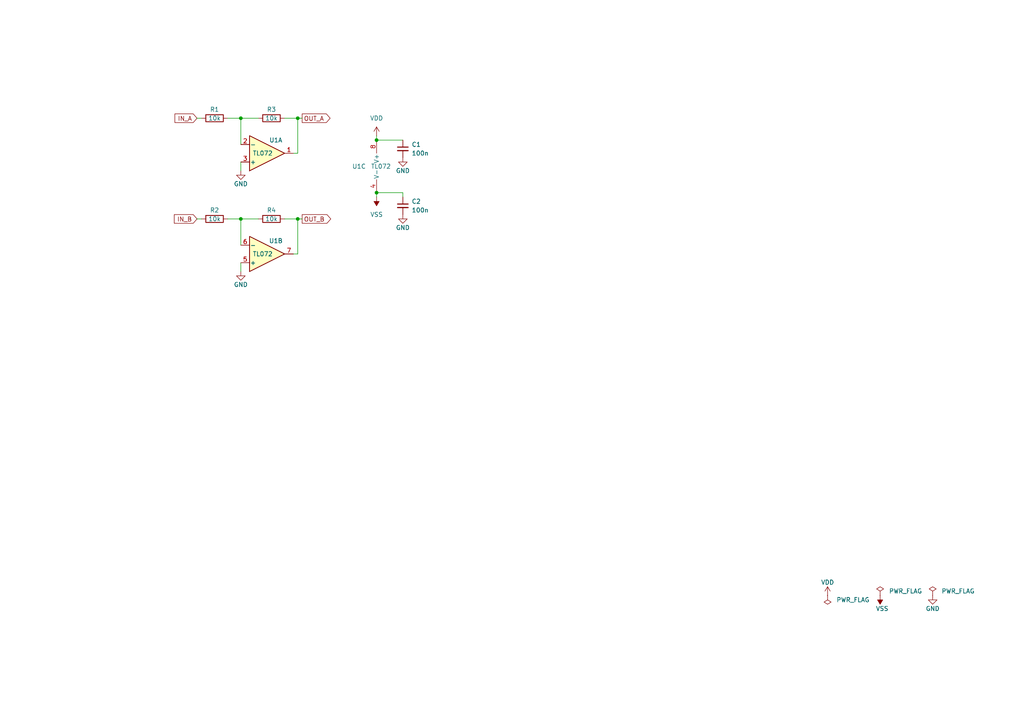
<source format=kicad_sch>
(kicad_sch (version 20211123) (generator eeschema)
  (paper "A4")
  (lib_symbols
    (symbol "Amplifier_Operational:TL072" (pin_names (offset 0.127))
      (property "Reference" "U" (at 0 5.08 0))
      (property "Value" "TL072" (at 0 -5.08 0))
      (symbol "TL072_1_1"
        (polyline (pts (xy -5.08 5.08) (xy 5.08 0) (xy -5.08 -5.08) (xy -5.08 5.08)) (stroke (width 0.254)) (fill (type background)))
        (pin output line (at 7.62 0 180) (length 2.54) (name "~") (number "1"))
        (pin input line (at -7.62 -2.54 0) (length 2.54) (name "-") (number "2"))
        (pin input line (at -7.62 2.54 0) (length 2.54) (name "+") (number "3"))
      )
      (symbol "TL072_2_1"
        (polyline (pts (xy -5.08 5.08) (xy 5.08 0) (xy -5.08 -5.08) (xy -5.08 5.08)) (stroke (width 0.254)) (fill (type background)))
        (pin input line (at -7.62 2.54 0) (length 2.54) (name "+") (number "5"))
        (pin input line (at -7.62 -2.54 0) (length 2.54) (name "-") (number "6"))
        (pin output line (at 7.62 0 180) (length 2.54) (name "~") (number "7"))
      )
      (symbol "TL072_3_1"
        (pin power_in line (at -2.54 -7.62 90) (length 3.81) (name "V-") (number "4"))
        (pin power_in line (at -2.54 7.62 270) (length 3.81) (name "V+") (number "8"))
      )
    )
    (symbol "Device:C_Small" (pin_numbers hide) (pin_names (offset 0.254) hide)
      (property "Reference" "C" (at 0.254 1.778 0))
      (property "Value" "C_Small" (at 0.254 -2.032 0))
      (symbol "C_Small_0_1"
        (polyline (pts (xy -1.524 -0.508) (xy 1.524 -0.508)) (stroke (width 0.3302)))
        (polyline (pts (xy -1.524 0.508) (xy 1.524 0.508)) (stroke (width 0.3048)))
      )
      (symbol "C_Small_1_1"
        (pin passive line (at 0 2.54 270) (length 2.032) (name "~") (number "1"))
        (pin passive line (at 0 -2.54 90) (length 2.032) (name "~") (number "2"))
      )
    )
    (symbol "Device:R" (pin_numbers hide) (pin_names (offset 0))
      (property "Reference" "R" (at 2.032 0 90))
      (property "Value" "R" (at 0 0 90))
      (symbol "R_0_1"
        (rectangle (start -1.016 -2.54) (end 1.016 2.54) (stroke (width 0.254)))
      )
      (symbol "R_1_1"
        (pin passive line (at 0 3.81 270) (length 1.27) (name "~") (number "1"))
        (pin passive line (at 0 -3.81 90) (length 1.27) (name "~") (number "2"))
      )
    )
    (symbol "power:GND" (power) (pin_names (offset 0))
      (property "Value" "GND" (at 0 -3.81 0))
      (symbol "GND_0_1"
        (polyline (pts (xy 0 0) (xy 0 -1.27) (xy 1.27 -1.27) (xy 0 -2.54) (xy -1.27 -1.27) (xy 0 -1.27)))
      )
      (symbol "GND_1_1"
        (pin power_in line (at 0 0 270) (length 0) hide (name "GND") (number "1"))
      )
    )
    (symbol "power:PWR_FLAG" (power) (pin_numbers hide) (pin_names (offset 0) hide)
      (property "Value" "PWR_FLAG" (at 0 3.81 0))
      (symbol "PWR_FLAG_0_0"
        (pin power_out line (at 0 0 90) (length 0) (name "pwr") (number "1"))
      )
      (symbol "PWR_FLAG_0_1"
        (polyline (pts (xy 0 0) (xy 0 1.27) (xy -1.016 1.905) (xy 0 2.54) (xy 1.016 1.905) (xy 0 1.27)))
      )
    )
    (symbol "power:VDD" (power) (pin_names (offset 0))
      (property "Value" "VDD" (at 0 3.81 0))
      (symbol "VDD_0_1"
        (polyline (pts (xy -0.762 1.27) (xy 0 2.54)))
        (polyline (pts (xy 0 0) (xy 0 2.54)))
        (polyline (pts (xy 0 2.54) (xy 0.762 1.27)))
      )
      (symbol "VDD_1_1"
        (pin power_in line (at 0 0 90) (length 0) hide (name "VDD") (number "1"))
      )
    )
    (symbol "power:VSS" (power) (pin_names (offset 0))
      (property "Value" "VSS" (at 0 3.81 0))
      (symbol "VSS_0_1"
        (polyline (pts (xy 0 0) (xy 0 2.54)))
        (polyline (pts (xy 0.762 1.27) (xy -0.762 1.27) (xy 0 2.54) (xy 0.762 1.27)) (fill (type outline)))
      )
      (symbol "VSS_1_1"
        (pin power_in line (at 0 0 90) (length 0) hide (name "VSS") (number "1"))
      )
    )
  )
  (junction (at 86.36 63.5))
  (junction (at 86.36 34.29))
  (junction (at 69.85 34.29))
  (junction (at 69.85 63.5))
  (junction (at 109.22 55.88))
  (junction (at 109.22 40.64))
  (wire (pts (xy 66.04 63.5) (xy 69.85 63.5)))
  (wire (pts (xy 116.84 57.15) (xy 116.84 55.88)))
  (wire (pts (xy 86.36 34.29) (xy 86.36 44.45)))
  (wire (pts (xy 69.85 46.99) (xy 69.85 49.53)))
  (wire (pts (xy 57.15 63.5) (xy 58.42 63.5)))
  (wire (pts (xy 69.85 76.2) (xy 69.85 78.74)))
  (wire (pts (xy 116.84 55.88) (xy 109.22 55.88)))
  (wire (pts (xy 82.55 34.29) (xy 86.36 34.29)))
  (wire (pts (xy 69.85 63.5) (xy 74.93 63.5)))
  (wire (pts (xy 109.22 39.37) (xy 109.22 40.64)))
  (wire (pts (xy 66.04 34.29) (xy 69.85 34.29)))
  (wire (pts (xy 86.36 44.45) (xy 85.09 44.45)))
  (wire (pts (xy 86.36 63.5) (xy 87.63 63.5)))
  (wire (pts (xy 69.85 34.29) (xy 74.93 34.29)))
  (wire (pts (xy 69.85 63.5) (xy 69.85 71.12)))
  (wire (pts (xy 57.15 34.29) (xy 58.42 34.29)))
  (wire (pts (xy 109.22 40.64) (xy 116.84 40.64)))
  (wire (pts (xy 109.22 55.88) (xy 109.22 57.15)))
  (wire (pts (xy 82.55 63.5) (xy 86.36 63.5)))
  (wire (pts (xy 86.36 73.66) (xy 85.09 73.66)))
  (wire (pts (xy 69.85 34.29) (xy 69.85 41.91)))
  (wire (pts (xy 86.36 34.29) (xy 87.63 34.29)))
  (wire (pts (xy 86.36 63.5) (xy 86.36 73.66)))
  (global_label "IN_B" (shape input) (at 57.15 63.5 180) (property "Intersheet References" "${INTERSHEET_REFS}" (effects hide)))
  (global_label "OUT_A" (shape output) (at 87.63 34.29 0) (property "Intersheet References" "${INTERSHEET_REFS}" (effects hide)))
  (global_label "OUT_B" (shape output) (at 87.63 63.5 0) (property "Intersheet References" "${INTERSHEET_REFS}" (effects hide)))
  (global_label "IN_A" (shape input) (at 57.15 34.29 180) (property "Intersheet References" "${INTERSHEET_REFS}" (effects hide)))
  (symbol (lib_id "power:GND") (at 116.84 45.72 0) (unit 1)
    (property "Reference" "#PWR0106" (effects hide))
    (property "Value" "GND" (at 116.84 49.53 0))
  )
  (symbol (lib_id "power:VSS") (at 109.22 57.15 180) (unit 1)
    (property "Reference" "#PWR0104" (effects hide))
    (property "Value" "VSS" (at 109.22 62.23 0))
  )
  (symbol (lib_id "power:PWR_FLAG") (at 240.03 172.72 180) (unit 1)
    (property "Reference" "#FLG0101" (effects hide))
    (property "Value" "PWR_FLAG" (at 242.57 173.9899 0) (effects (justify right)))
  )
  (symbol (lib_id "power:VDD") (at 240.03 172.72 0) (unit 1)
    (property "Reference" "#PWR0107" (effects hide))
    (property "Value" "VDD" (at 240.03 168.91 0))
  )
  (symbol (lib_id "Device:C_Small") (at 116.84 43.18 0) (unit 1)
    (property "Reference" "C1" (at 119.38 41.9162 0) (effects (justify left)))
    (property "Value" "100n" (at 119.38 44.4562 0) (effects (justify left)))
    (property "Footprint" "Capacitor_SMD:C_0805_2012Metric_Pad1.18x1.45mm_HandSolder" (effects hide))
  )
  (symbol (lib_id "Device:R") (at 62.23 63.5 90) (unit 1)
    (property "Reference" "R2" (at 62.23 60.96 90))
    (property "Value" "10k" (at 62.23 63.5 90))
    (property "Footprint" "Resistor_SMD:R_0805_2012Metric_Pad1.20x1.40mm_HandSolder" (effects hide))
  )
  (symbol (lib_id "Amplifier_Operational:TL072") (at 77.47 44.45 0) (mirror x) (unit 1)
    (property "Reference" "U1" (at 80.01 40.64 0))
    (property "Value" "TL072" (at 76.2 44.45 0))
    (property "Footprint" "Package_SO:SO-8_5.3x6.2mm_P1.27mm" (effects hide))
    (property "Datasheet" "http://www.ti.com/lit/ds/symlink/tl071.pdf" (effects hide))
  )
  (symbol (lib_id "power:PWR_FLAG") (at 255.27 172.72 0) (unit 1)
    (property "Reference" "#FLG0102" (effects hide))
    (property "Value" "PWR_FLAG" (at 257.81 171.4499 0) (effects (justify left)))
  )
  (symbol (lib_id "Device:R") (at 78.74 63.5 90) (unit 1)
    (property "Reference" "R4" (at 78.74 60.96 90))
    (property "Value" "10k" (at 78.74 63.5 90))
    (property "Footprint" "Resistor_SMD:R_0805_2012Metric_Pad1.20x1.40mm_HandSolder" (effects hide))
  )
  (symbol (lib_id "power:GND") (at 116.84 62.23 0) (unit 1)
    (property "Reference" "#PWR0105" (effects hide))
    (property "Value" "GND" (at 116.84 66.04 0))
  )
  (symbol (lib_id "power:PWR_FLAG") (at 270.51 172.72 0) (unit 1)
    (property "Reference" "#FLG?" (effects hide))
    (property "Value" "PWR_FLAG" (at 273.05 171.4499 0) (effects (justify left)))
  )
  (symbol (lib_id "Amplifier_Operational:TL072") (at 77.47 73.66 0) (mirror x) (unit 2)
    (property "Reference" "U1" (at 80.01 69.85 0))
    (property "Value" "TL072" (at 76.2 73.66 0))
    (property "Footprint" "Package_SO:SO-8_5.3x6.2mm_P1.27mm" (effects hide))
    (property "Datasheet" "http://www.ti.com/lit/ds/symlink/tl071.pdf" (effects hide))
  )
  (symbol (lib_id "power:GND") (at 270.51 172.72 0) (unit 1)
    (property "Reference" "#PWR?" (effects hide))
    (property "Value" "GND" (at 270.51 176.53 0))
  )
  (symbol (lib_id "power:VDD") (at 109.22 39.37 0) (unit 1)
    (property "Reference" "#PWR0103" (effects hide))
    (property "Value" "VDD" (at 109.22 34.29 0))
  )
  (symbol (lib_id "Device:C_Small") (at 116.84 59.69 0) (unit 1)
    (property "Reference" "C2" (at 119.38 58.4262 0) (effects (justify left)))
    (property "Value" "100n" (at 119.38 60.9662 0) (effects (justify left)))
    (property "Footprint" "Capacitor_SMD:C_0805_2012Metric_Pad1.18x1.45mm_HandSolder" (effects hide))
  )
  (symbol (lib_id "Device:R") (at 78.74 34.29 90) (unit 1)
    (property "Reference" "R3" (at 78.74 31.75 90))
    (property "Value" "10k" (at 78.74 34.29 90))
    (property "Footprint" "Resistor_SMD:R_0805_2012Metric_Pad1.20x1.40mm_HandSolder" (effects hide))
  )
  (symbol (lib_id "power:GND") (at 69.85 49.53 0) (unit 1)
    (property "Reference" "#PWR0101" (effects hide))
    (property "Value" "GND" (at 69.85 53.34 0))
  )
  (symbol (lib_id "power:GND") (at 69.85 78.74 0) (unit 1)
    (property "Reference" "#PWR0102" (effects hide))
    (property "Value" "GND" (at 69.85 82.55 0))
  )
  (symbol (lib_id "Device:R") (at 62.23 34.29 90) (unit 1)
    (property "Reference" "R1" (at 62.23 31.75 90))
    (property "Value" "10k" (at 62.23 34.29 90))
    (property "Footprint" "Resistor_SMD:R_0805_2012Metric_Pad1.20x1.40mm_HandSolder" (effects hide))
  )
  (symbol (lib_id "Amplifier_Operational:TL072") (at 111.76 48.26 0) (unit 3)
    (property "Reference" "U1" (at 104.14 48.26 0))
    (property "Value" "TL072" (at 110.49 48.26 0))
    (property "Footprint" "Package_SO:SO-8_5.3x6.2mm_P1.27mm" (effects hide))
    (property "Datasheet" "http://www.ti.com/lit/ds/symlink/tl071.pdf" (effects hide))
  )
  (symbol (lib_id "power:VSS") (at 255.27 172.72 180) (unit 1)
    (property "Reference" "#PWR0108" (effects hide))
    (property "Value" "VSS" (at 254 176.53 0) (effects (justify right)))
  )
)
</source>
